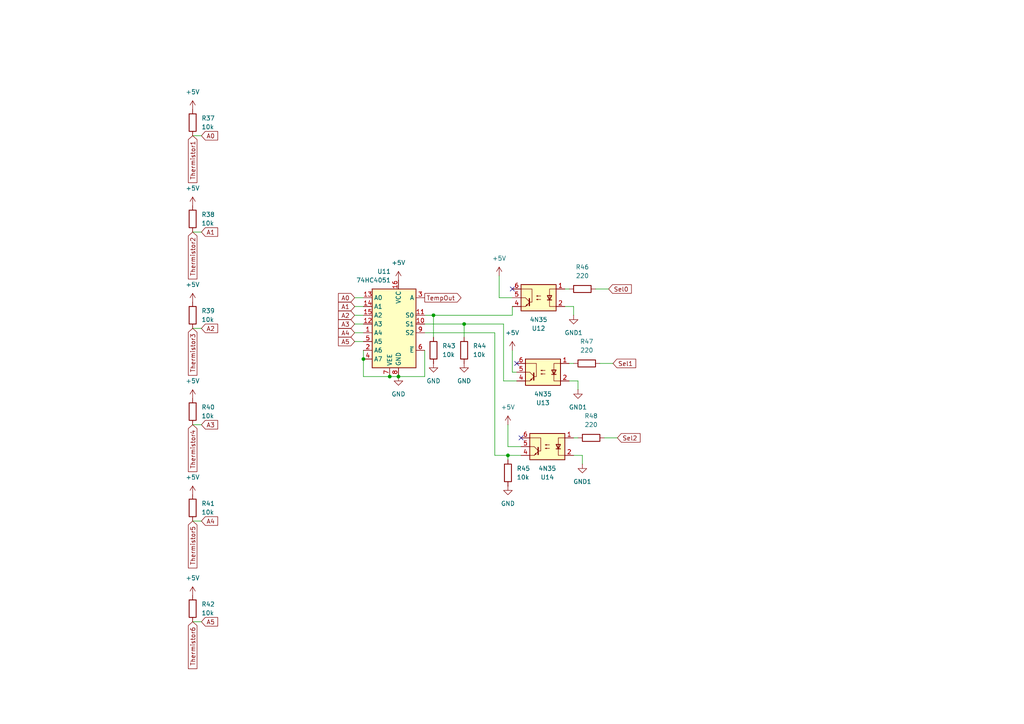
<source format=kicad_sch>
(kicad_sch (version 20231120) (generator "eeschema") (generator_version "8.0")
  (paper "A4")
  (title_block (title "Temp_sensing") (rev "v_01"))
  (lib_symbols
    (symbol "74xx:74HC4051"
      (property "Reference" "U" (at -5.08 11.43 0))
      (property "Value" "74HC4051" (at -7.62 -13.97 0))
      (symbol "74HC4051_0_1"
        (rectangle (start -5.08 10.16) (end 7.62 -12.7) (stroke (width 0.254)) (fill (type background)))
      )
      (symbol "74HC4051_1_1"
        (pin passive line (at 10.16 -2.54 180) (length 2.54) (name "A4") (number "1"))
        (pin input line (at -7.62 0 0) (length 2.54) (name "S1") (number "10"))
        (pin input line (at -7.62 2.54 0) (length 2.54) (name "S0") (number "11"))
        (pin passive line (at 10.16 0 180) (length 2.54) (name "A3") (number "12"))
        (pin passive line (at 10.16 7.62 180) (length 2.54) (name "A0") (number "13"))
        (pin passive line (at 10.16 5.08 180) (length 2.54) (name "A1") (number "14"))
        (pin passive line (at 10.16 2.54 180) (length 2.54) (name "A2") (number "15"))
        (pin power_in line (at 0 12.7 270) (length 2.54) (name "VCC") (number "16"))
        (pin passive line (at 10.16 -7.62 180) (length 2.54) (name "A6") (number "2"))
        (pin passive line (at -7.62 7.62 0) (length 2.54) (name "A") (number "3"))
        (pin passive line (at 10.16 -10.16 180) (length 2.54) (name "A7") (number "4"))
        (pin passive line (at 10.16 -5.08 180) (length 2.54) (name "A5") (number "5"))
        (pin input line (at -7.62 -7.62 0) (length 2.54) (name "~{E}") (number "6"))
        (pin power_in line (at 2.54 -15.24 90) (length 2.54) (name "VEE") (number "7"))
        (pin power_in line (at 0 -15.24 90) (length 2.54) (name "GND") (number "8"))
        (pin input line (at -7.62 -2.54 0) (length 2.54) (name "S2") (number "9"))
      )
    )
    (symbol "Device:R" (pin_numbers hide) (pin_names (offset 0))
      (property "Reference" "R" (at 2.032 0 90))
      (property "Value" "R" (at 0 0 90))
      (symbol "R_0_1"
        (rectangle (start -1.016 -2.54) (end 1.016 2.54) (stroke (width 0.254)))
      )
      (symbol "R_1_1"
        (pin passive line (at 0 3.81 270) (length 1.27) (name "~") (number "1"))
        (pin passive line (at 0 -3.81 90) (length 1.27) (name "~") (number "2"))
      )
    )
    (symbol "Isolator:4N35" (pin_names (offset 1.016))
      (property "Reference" "U" (at -5.08 5.08 0))
      (property "Value" "4N35" (at 0 5.08 0))
      (symbol "4N35_0_1"
        (rectangle (start -5.08 3.81) (end 5.08 -3.81) (stroke (width 0.254)) (fill (type background)))
        (polyline (pts (xy -3.81 -0.635) (xy -2.54 -0.635)) (stroke (width 0.254)))
        (polyline (pts (xy 2.667 -1.397) (xy 3.81 -2.54)))
        (polyline (pts (xy 2.667 -1.143) (xy 3.81 0)))
        (polyline (pts (xy 3.81 -2.54) (xy 5.08 -2.54)))
        (polyline (pts (xy 3.81 0) (xy 5.08 0)))
        (polyline (pts (xy 2.667 -0.254) (xy 2.667 -2.286) (xy 2.667 -2.286)) (stroke (width 0.3556)))
        (polyline (pts (xy -5.08 -2.54) (xy -3.175 -2.54) (xy -3.175 2.54) (xy -5.08 2.54)))
        (polyline (pts (xy -3.175 -0.635) (xy -3.81 0.635) (xy -2.54 0.635) (xy -3.175 -0.635)) (stroke (width 0.254)))
        (polyline (pts (xy 3.683 -2.413) (xy 3.429 -1.905) (xy 3.175 -2.159) (xy 3.683 -2.413)))
        (polyline (pts (xy 5.08 2.54) (xy 1.905 2.54) (xy 1.905 -1.27) (xy 2.54 -1.27)))
        (polyline (pts (xy -0.635 -0.508) (xy 0.635 -0.508) (xy 0.254 -0.635) (xy 0.254 -0.381) (xy 0.635 -0.508)))
        (polyline (pts (xy -0.635 0.508) (xy 0.635 0.508) (xy 0.254 0.381) (xy 0.254 0.635) (xy 0.635 0.508)))
      )
      (symbol "4N35_1_1"
        (pin passive line (at -7.62 2.54 0) (length 2.54) (name "~") (number "1"))
        (pin passive line (at -7.62 -2.54 0) (length 2.54) (name "~") (number "2"))
        (pin no_connect line (at -5.08 0 0) (length 2.54) hide (name "NC") (number "3"))
        (pin passive line (at 7.62 -2.54 180) (length 2.54) (name "~") (number "4"))
        (pin passive line (at 7.62 0 180) (length 2.54) (name "~") (number "5"))
        (pin passive line (at 7.62 2.54 180) (length 2.54) (name "~") (number "6"))
      )
    )
    (symbol "power:+5V" (power) (pin_numbers hide) (pin_names (offset 0) hide)
      (property "Value" "+5V" (at 0 3.556 0))
      (symbol "+5V_0_1"
        (polyline (pts (xy -0.762 1.27) (xy 0 2.54)))
        (polyline (pts (xy 0 0) (xy 0 2.54)))
        (polyline (pts (xy 0 2.54) (xy 0.762 1.27)))
      )
      (symbol "+5V_1_1"
        (pin power_in line (at 0 0 90) (length 0) (name "~") (number "1"))
      )
    )
    (symbol "power:GND" (power) (pin_numbers hide) (pin_names (offset 0) hide)
      (property "Value" "GND" (at 0 -3.81 0))
      (symbol "GND_0_1"
        (polyline (pts (xy 0 0) (xy 0 -1.27) (xy 1.27 -1.27) (xy 0 -2.54) (xy -1.27 -1.27) (xy 0 -1.27)))
      )
      (symbol "GND_1_1"
        (pin power_in line (at 0 0 270) (length 0) (name "~") (number "1"))
      )
    )
    (symbol "power:GND1" (power) (pin_numbers hide) (pin_names (offset 0) hide)
      (property "Value" "GND1" (at 0 -3.81 0))
      (symbol "GND1_0_1"
        (polyline (pts (xy 0 0) (xy 0 -1.27) (xy 1.27 -1.27) (xy 0 -2.54) (xy -1.27 -1.27) (xy 0 -1.27)))
      )
      (symbol "GND1_1_1"
        (pin power_in line (at 0 0 270) (length 0) (name "~") (number "1"))
      )
    )
  )
  (junction (at 125.73 91.44))
  (junction (at 105.41 104.14))
  (junction (at 134.62 93.98))
  (junction (at 115.57 109.22))
  (junction (at 147.32 132.08))
  (junction (at 113.03 109.22))
  (no_connect (at 149.86 105.41))
  (no_connect (at 148.59 83.82))
  (no_connect (at 151.13 127))
  (wire (pts (xy 125.73 91.44) (xy 148.59 91.44)))
  (wire (pts (xy 166.37 127) (xy 167.64 127)))
  (wire (pts (xy 144.78 80.01) (xy 144.78 86.36)))
  (wire (pts (xy 165.1 110.49) (xy 167.64 110.49)))
  (wire (pts (xy 163.83 83.82) (xy 165.1 83.82)))
  (wire (pts (xy 172.72 83.82) (xy 176.53 83.82)))
  (wire (pts (xy 147.32 129.54) (xy 151.13 129.54)))
  (wire (pts (xy 134.62 93.98) (xy 134.62 97.79)))
  (wire (pts (xy 146.05 110.49) (xy 149.86 110.49)))
  (wire (pts (xy 105.41 91.44) (xy 102.87 91.44)))
  (wire (pts (xy 144.78 86.36) (xy 148.59 86.36)))
  (wire (pts (xy 175.26 127) (xy 179.07 127)))
  (wire (pts (xy 147.32 123.19) (xy 147.32 129.54)))
  (wire (pts (xy 55.88 95.25) (xy 58.42 95.25)))
  (wire (pts (xy 105.41 93.98) (xy 102.87 93.98)))
  (wire (pts (xy 55.88 123.19) (xy 58.42 123.19)))
  (wire (pts (xy 148.59 91.44) (xy 148.59 88.9)))
  (wire (pts (xy 134.62 93.98) (xy 146.05 93.98)))
  (wire (pts (xy 167.64 110.49) (xy 167.64 113.03)))
  (wire (pts (xy 105.41 99.06) (xy 102.87 99.06)))
  (wire (pts (xy 123.19 101.6) (xy 123.19 109.22)))
  (wire (pts (xy 143.51 132.08) (xy 147.32 132.08)))
  (wire (pts (xy 166.37 88.9) (xy 166.37 91.44)))
  (wire (pts (xy 105.41 96.52) (xy 102.87 96.52)))
  (wire (pts (xy 105.41 88.9) (xy 102.87 88.9)))
  (wire (pts (xy 123.19 93.98) (xy 134.62 93.98)))
  (wire (pts (xy 173.99 105.41) (xy 177.8 105.41)))
  (wire (pts (xy 148.59 107.95) (xy 149.86 107.95)))
  (wire (pts (xy 166.37 132.08) (xy 168.91 132.08)))
  (wire (pts (xy 147.32 132.08) (xy 147.32 133.35)))
  (wire (pts (xy 113.03 109.22) (xy 115.57 109.22)))
  (wire (pts (xy 105.41 86.36) (xy 102.87 86.36)))
  (wire (pts (xy 105.41 101.6) (xy 105.41 104.14)))
  (wire (pts (xy 168.91 132.08) (xy 168.91 134.62)))
  (wire (pts (xy 55.88 39.37) (xy 58.42 39.37)))
  (wire (pts (xy 55.88 67.31) (xy 58.42 67.31)))
  (wire (pts (xy 143.51 96.52) (xy 143.51 132.08)))
  (wire (pts (xy 55.88 151.13) (xy 58.42 151.13)))
  (wire (pts (xy 165.1 105.41) (xy 166.37 105.41)))
  (wire (pts (xy 123.19 96.52) (xy 143.51 96.52)))
  (wire (pts (xy 125.73 91.44) (xy 125.73 97.79)))
  (wire (pts (xy 147.32 132.08) (xy 151.13 132.08)))
  (wire (pts (xy 123.19 91.44) (xy 125.73 91.44)))
  (wire (pts (xy 105.41 109.22) (xy 113.03 109.22)))
  (wire (pts (xy 105.41 104.14) (xy 105.41 109.22)))
  (wire (pts (xy 55.88 180.34) (xy 58.42 180.34)))
  (wire (pts (xy 146.05 93.98) (xy 146.05 110.49)))
  (wire (pts (xy 148.59 101.6) (xy 148.59 107.95)))
  (wire (pts (xy 123.19 109.22) (xy 115.57 109.22)))
  (wire (pts (xy 163.83 88.9) (xy 166.37 88.9)))
  (global_label "A5" (shape input) (at 102.87 99.06 180) (property "Intersheetrefs" "${INTERSHEET_REFS}" (effects (hide yes))))
  (global_label "TempOut" (shape output) (at 123.19 86.36 0) (property "Intersheetrefs" "${INTERSHEET_REFS}" (effects (hide yes))))
  (global_label "A1" (shape input) (at 102.87 88.9 180) (property "Intersheetrefs" "${INTERSHEET_REFS}" (effects (hide yes))))
  (global_label "A3" (shape input) (at 102.87 93.98 180) (property "Intersheetrefs" "${INTERSHEET_REFS}" (effects (hide yes))))
  (global_label "Thermistor6" (shape input) (at 55.88 180.34 270) (property "Intersheetrefs" "${INTERSHEET_REFS}" (effects (hide yes))))
  (global_label "A4" (shape input) (at 102.87 96.52 180) (property "Intersheetrefs" "${INTERSHEET_REFS}" (effects (hide yes))))
  (global_label "Thermistor4" (shape input) (at 55.88 123.19 270) (property "Intersheetrefs" "${INTERSHEET_REFS}" (effects (hide yes))))
  (global_label "A0" (shape input) (at 58.42 39.37 0) (property "Intersheetrefs" "${INTERSHEET_REFS}" (effects (hide yes))))
  (global_label "A1" (shape input) (at 58.42 67.31 0) (property "Intersheetrefs" "${INTERSHEET_REFS}" (effects (hide yes))))
  (global_label "Sel1" (shape input) (at 177.8 105.41 0) (property "Intersheetrefs" "${INTERSHEET_REFS}" (effects (hide yes))))
  (global_label "A2" (shape input) (at 58.42 95.25 0) (property "Intersheetrefs" "${INTERSHEET_REFS}" (effects (hide yes))))
  (global_label "Thermistor3" (shape input) (at 55.88 95.25 270) (property "Intersheetrefs" "${INTERSHEET_REFS}" (effects (hide yes))))
  (global_label "Sel0" (shape input) (at 176.53 83.82 0) (property "Intersheetrefs" "${INTERSHEET_REFS}" (effects (hide yes))))
  (global_label "A5" (shape input) (at 58.42 180.34 0) (property "Intersheetrefs" "${INTERSHEET_REFS}" (effects (hide yes))))
  (global_label "Thermistor2" (shape input) (at 55.88 67.31 270) (property "Intersheetrefs" "${INTERSHEET_REFS}" (effects (hide yes))))
  (global_label "Thermistor1" (shape input) (at 55.88 39.37 270) (property "Intersheetrefs" "${INTERSHEET_REFS}" (effects (hide yes))))
  (global_label "A3" (shape input) (at 58.42 123.19 0) (property "Intersheetrefs" "${INTERSHEET_REFS}" (effects (hide yes))))
  (global_label "A0" (shape input) (at 102.87 86.36 180) (property "Intersheetrefs" "${INTERSHEET_REFS}" (effects (hide yes))))
  (global_label "Thermistor5" (shape input) (at 55.88 151.13 270) (property "Intersheetrefs" "${INTERSHEET_REFS}" (effects (hide yes))))
  (global_label "A4" (shape input) (at 58.42 151.13 0) (property "Intersheetrefs" "${INTERSHEET_REFS}" (effects (hide yes))))
  (global_label "A2" (shape input) (at 102.87 91.44 180) (property "Intersheetrefs" "${INTERSHEET_REFS}" (effects (hide yes))))
  (global_label "Sel2" (shape input) (at 179.07 127 0) (property "Intersheetrefs" "${INTERSHEET_REFS}" (effects (hide yes))))
  (symbol (lib_id "Device:R") (at 134.62 101.6 0) (unit 1)
    (property "Reference" "R44" (at 137.16 100.3299 0) (effects (justify left)))
    (property "Value" "10k" (at 137.16 102.8699 0) (effects (justify left)))
    (property "Footprint" "Resistor_SMD:R_0805_2012Metric_Pad1.20x1.40mm_HandSolder" (effects (hide yes)))
    (property "Description" "Resistor" (effects (hide yes)))
  )
  (symbol (lib_id "power:+5V") (at 144.78 80.01 0) (mirror y) (unit 1)
    (property "Reference" "#PWR056" (effects (hide yes)))
    (property "Value" "+5V" (at 144.78 74.93 0))
    (property "Description" "Power symbol creates a global label with name \"+5V\"" (effects (hide yes)))
  )
  (symbol (lib_id "power:GND") (at 125.73 105.41 0) (mirror y) (unit 1)
    (property "Reference" "#PWR054" (effects (hide yes)))
    (property "Value" "GND" (at 125.73 110.49 0))
    (property "Description" "Power symbol creates a global label with name \"GND\" , ground" (effects (hide yes)))
  )
  (symbol (lib_id "power:+5V") (at 148.59 101.6 0) (mirror y) (unit 1)
    (property "Reference" "#PWR059" (effects (hide yes)))
    (property "Value" "+5V" (at 148.59 96.52 0))
    (property "Description" "Power symbol creates a global label with name \"+5V\"" (effects (hide yes)))
  )
  (symbol (lib_id "Isolator:4N35") (at 158.75 129.54 0) (mirror y) (unit 1)
    (property "Reference" "U14" (at 158.75 138.43 0))
    (property "Value" "4N35" (at 158.75 135.89 0))
    (property "Footprint" "Package_DIP:DIP-6_W7.62mm" (effects (hide yes)))
    (property "Datasheet" "https://www.vishay.com/docs/81181/4n35.pdf" (effects (hide yes)))
    (property "Description" "Optocoupler, Phototransistor Output, with Base Connection, Vce 70V, CTR 100%, Viso 5000V, DIP6" (effects (hide yes)))
  )
  (symbol (lib_id "Device:R") (at 55.88 176.53 0) (unit 1)
    (property "Reference" "R42" (at 58.42 175.2599 0) (effects (justify left)))
    (property "Value" "10k" (at 58.42 177.7999 0) (effects (justify left)))
    (property "Footprint" "Resistor_SMD:R_0805_2012Metric_Pad1.20x1.40mm_HandSolder" (effects (hide yes)))
    (property "Description" "Resistor" (effects (hide yes)))
  )
  (symbol (lib_id "power:+5V") (at 55.88 87.63 0) (unit 1)
    (property "Reference" "#PWR048" (effects (hide yes)))
    (property "Value" "+5V" (at 55.88 82.55 0))
    (property "Description" "Power symbol creates a global label with name \"+5V\"" (effects (hide yes)))
  )
  (symbol (lib_id "Device:R") (at 125.73 101.6 0) (unit 1)
    (property "Reference" "R43" (at 128.27 100.3299 0) (effects (justify left)))
    (property "Value" "10k" (at 128.27 102.8699 0) (effects (justify left)))
    (property "Footprint" "Resistor_SMD:R_0805_2012Metric_Pad1.20x1.40mm_HandSolder" (effects (hide yes)))
    (property "Description" "Resistor" (effects (hide yes)))
  )
  (symbol (lib_id "Device:R") (at 55.88 63.5 0) (unit 1)
    (property "Reference" "R38" (at 58.42 62.2299 0) (effects (justify left)))
    (property "Value" "10k" (at 58.42 64.7699 0) (effects (justify left)))
    (property "Footprint" "Resistor_SMD:R_0805_2012Metric_Pad1.20x1.40mm_HandSolder" (effects (hide yes)))
    (property "Description" "Resistor" (effects (hide yes)))
  )
  (symbol (lib_id "Device:R") (at 170.18 105.41 90) (unit 1)
    (property "Reference" "R47" (at 170.18 99.06 90))
    (property "Value" "220" (at 170.18 101.6 90))
    (property "Footprint" "Resistor_SMD:R_0805_2012Metric_Pad1.20x1.40mm_HandSolder" (effects (hide yes)))
    (property "Description" "Resistor" (effects (hide yes)))
  )
  (symbol (lib_id "power:+5V") (at 55.88 31.75 0) (unit 1)
    (property "Reference" "#PWR046" (effects (hide yes)))
    (property "Value" "+5V" (at 55.88 26.67 0))
    (property "Description" "Power symbol creates a global label with name \"+5V\"" (effects (hide yes)))
  )
  (symbol (lib_id "Device:R") (at 55.88 119.38 0) (unit 1)
    (property "Reference" "R40" (at 58.42 118.1099 0) (effects (justify left)))
    (property "Value" "10k" (at 58.42 120.6499 0) (effects (justify left)))
    (property "Footprint" "Resistor_SMD:R_0805_2012Metric_Pad1.20x1.40mm_HandSolder" (effects (hide yes)))
    (property "Description" "Resistor" (effects (hide yes)))
  )
  (symbol (lib_id "power:GND1") (at 168.91 134.62 0) (unit 1)
    (property "Reference" "#PWR062" (effects (hide yes)))
    (property "Value" "GND1" (at 168.91 139.7 0))
    (property "Description" "Power symbol creates a global label with name \"GND1\" , ground" (effects (hide yes)))
  )
  (symbol (lib_id "power:GND1") (at 167.64 113.03 0) (unit 1)
    (property "Reference" "#PWR061" (effects (hide yes)))
    (property "Value" "GND1" (at 167.64 118.11 0))
    (property "Description" "Power symbol creates a global label with name \"GND1\" , ground" (effects (hide yes)))
  )
  (symbol (lib_id "power:GND1") (at 166.37 91.44 0) (unit 1)
    (property "Reference" "#PWR060" (effects (hide yes)))
    (property "Value" "GND1" (at 166.37 96.52 0))
    (property "Description" "Power symbol creates a global label with name \"GND1\" , ground" (effects (hide yes)))
  )
  (symbol (lib_id "Device:R") (at 168.91 83.82 90) (unit 1)
    (property "Reference" "R46" (at 168.91 77.47 90))
    (property "Value" "220" (at 168.91 80.01 90))
    (property "Footprint" "Resistor_SMD:R_0805_2012Metric_Pad1.20x1.40mm_HandSolder" (effects (hide yes)))
    (property "Description" "Resistor" (effects (hide yes)))
  )
  (symbol (lib_id "power:GND") (at 147.32 140.97 0) (mirror y) (unit 1)
    (property "Reference" "#PWR058" (effects (hide yes)))
    (property "Value" "GND" (at 147.32 146.05 0))
    (property "Description" "Power symbol creates a global label with name \"GND\" , ground" (effects (hide yes)))
  )
  (symbol (lib_id "74xx:74HC4051") (at 115.57 93.98 0) (mirror y) (unit 1)
    (property "Reference" "U11" (at 113.3759 78.74 0) (effects (justify left)))
    (property "Value" "74HC4051" (at 113.3759 81.28 0) (effects (justify left)))
    (property "Footprint" "Package_SO:SOP-16_3.9x9.9mm_P1.27mm" (effects (hide yes)))
    (property "Datasheet" "http://www.ti.com/lit/ds/symlink/cd74hc4051.pdf" (effects (hide yes)))
    (property "Description" "8-channel analog multiplexer/demultiplexer, DIP-16/SOIC-16/TSSOP-16" (effects (hide yes)))
  )
  (symbol (lib_id "power:GND") (at 134.62 105.41 0) (mirror y) (unit 1)
    (property "Reference" "#PWR055" (effects (hide yes)))
    (property "Value" "GND" (at 134.62 110.49 0))
    (property "Description" "Power symbol creates a global label with name \"GND\" , ground" (effects (hide yes)))
  )
  (symbol (lib_id "power:+5V") (at 147.32 123.19 0) (mirror y) (unit 1)
    (property "Reference" "#PWR057" (effects (hide yes)))
    (property "Value" "+5V" (at 147.32 118.11 0))
    (property "Description" "Power symbol creates a global label with name \"+5V\"" (effects (hide yes)))
  )
  (symbol (lib_id "Device:R") (at 55.88 91.44 0) (unit 1)
    (property "Reference" "R39" (at 58.42 90.1699 0) (effects (justify left)))
    (property "Value" "10k" (at 58.42 92.7099 0) (effects (justify left)))
    (property "Footprint" "Resistor_SMD:R_0805_2012Metric_Pad1.20x1.40mm_HandSolder" (effects (hide yes)))
    (property "Description" "Resistor" (effects (hide yes)))
  )
  (symbol (lib_id "power:+5V") (at 55.88 172.72 0) (unit 1)
    (property "Reference" "#PWR051" (effects (hide yes)))
    (property "Value" "+5V" (at 55.88 167.64 0))
    (property "Description" "Power symbol creates a global label with name \"+5V\"" (effects (hide yes)))
  )
  (symbol (lib_id "Isolator:4N35") (at 156.21 86.36 0) (mirror y) (unit 1)
    (property "Reference" "U12" (at 156.21 95.25 0))
    (property "Value" "4N35" (at 156.21 92.71 0))
    (property "Footprint" "Package_DIP:DIP-6_W7.62mm" (effects (hide yes)))
    (property "Datasheet" "https://www.vishay.com/docs/81181/4n35.pdf" (effects (hide yes)))
    (property "Description" "Optocoupler, Phototransistor Output, with Base Connection, Vce 70V, CTR 100%, Viso 5000V, DIP6" (effects (hide yes)))
  )
  (symbol (lib_id "Isolator:4N35") (at 157.48 107.95 0) (mirror y) (unit 1)
    (property "Reference" "U13" (at 157.48 116.84 0))
    (property "Value" "4N35" (at 157.48 114.3 0))
    (property "Footprint" "Package_DIP:DIP-6_W7.62mm" (effects (hide yes)))
    (property "Datasheet" "https://www.vishay.com/docs/81181/4n35.pdf" (effects (hide yes)))
    (property "Description" "Optocoupler, Phototransistor Output, with Base Connection, Vce 70V, CTR 100%, Viso 5000V, DIP6" (effects (hide yes)))
  )
  (symbol (lib_id "power:+5V") (at 55.88 143.51 0) (unit 1)
    (property "Reference" "#PWR050" (effects (hide yes)))
    (property "Value" "+5V" (at 55.88 138.43 0))
    (property "Description" "Power symbol creates a global label with name \"+5V\"" (effects (hide yes)))
  )
  (symbol (lib_id "Device:R") (at 55.88 35.56 0) (unit 1)
    (property "Reference" "R37" (at 58.42 34.2899 0) (effects (justify left)))
    (property "Value" "10k" (at 58.42 36.8299 0) (effects (justify left)))
    (property "Footprint" "Resistor_SMD:R_0805_2012Metric_Pad1.20x1.40mm_HandSolder" (effects (hide yes)))
    (property "Description" "Resistor" (effects (hide yes)))
  )
  (symbol (lib_id "power:+5V") (at 55.88 115.57 0) (unit 1)
    (property "Reference" "#PWR049" (effects (hide yes)))
    (property "Value" "+5V" (at 55.88 110.49 0))
    (property "Description" "Power symbol creates a global label with name \"+5V\"" (effects (hide yes)))
  )
  (symbol (lib_id "Device:R") (at 171.45 127 90) (unit 1)
    (property "Reference" "R48" (at 171.45 120.65 90))
    (property "Value" "220" (at 171.45 123.19 90))
    (property "Footprint" "Resistor_SMD:R_0805_2012Metric_Pad1.20x1.40mm_HandSolder" (effects (hide yes)))
    (property "Description" "Resistor" (effects (hide yes)))
  )
  (symbol (lib_id "Device:R") (at 147.32 137.16 0) (unit 1)
    (property "Reference" "R45" (at 149.86 135.8899 0) (effects (justify left)))
    (property "Value" "10k" (at 149.86 138.4299 0) (effects (justify left)))
    (property "Footprint" "Resistor_SMD:R_0805_2012Metric_Pad1.20x1.40mm_HandSolder" (effects (hide yes)))
    (property "Description" "Resistor" (effects (hide yes)))
  )
  (symbol (lib_id "power:+5V") (at 55.88 59.69 0) (unit 1)
    (property "Reference" "#PWR047" (effects (hide yes)))
    (property "Value" "+5V" (at 55.88 54.61 0))
    (property "Description" "Power symbol creates a global label with name \"+5V\"" (effects (hide yes)))
  )
  (symbol (lib_id "Device:R") (at 55.88 147.32 0) (unit 1)
    (property "Reference" "R41" (at 58.42 146.0499 0) (effects (justify left)))
    (property "Value" "10k" (at 58.42 148.5899 0) (effects (justify left)))
    (property "Footprint" "Resistor_SMD:R_0805_2012Metric_Pad1.20x1.40mm_HandSolder" (effects (hide yes)))
    (property "Description" "Resistor" (effects (hide yes)))
  )
  (symbol (lib_id "power:+5V") (at 115.57 81.28 0) (mirror y) (unit 1)
    (property "Reference" "#PWR052" (effects (hide yes)))
    (property "Value" "+5V" (at 115.57 76.2 0))
    (property "Description" "Power symbol creates a global label with name \"+5V\"" (effects (hide yes)))
  )
  (symbol (lib_id "power:GND") (at 115.57 109.22 0) (mirror y) (unit 1)
    (property "Reference" "#PWR053" (effects (hide yes)))
    (property "Value" "GND" (at 115.57 114.3 0))
    (property "Description" "Power symbol creates a global label with name \"GND\" , ground" (effects (hide yes)))
  )
)
</source>
